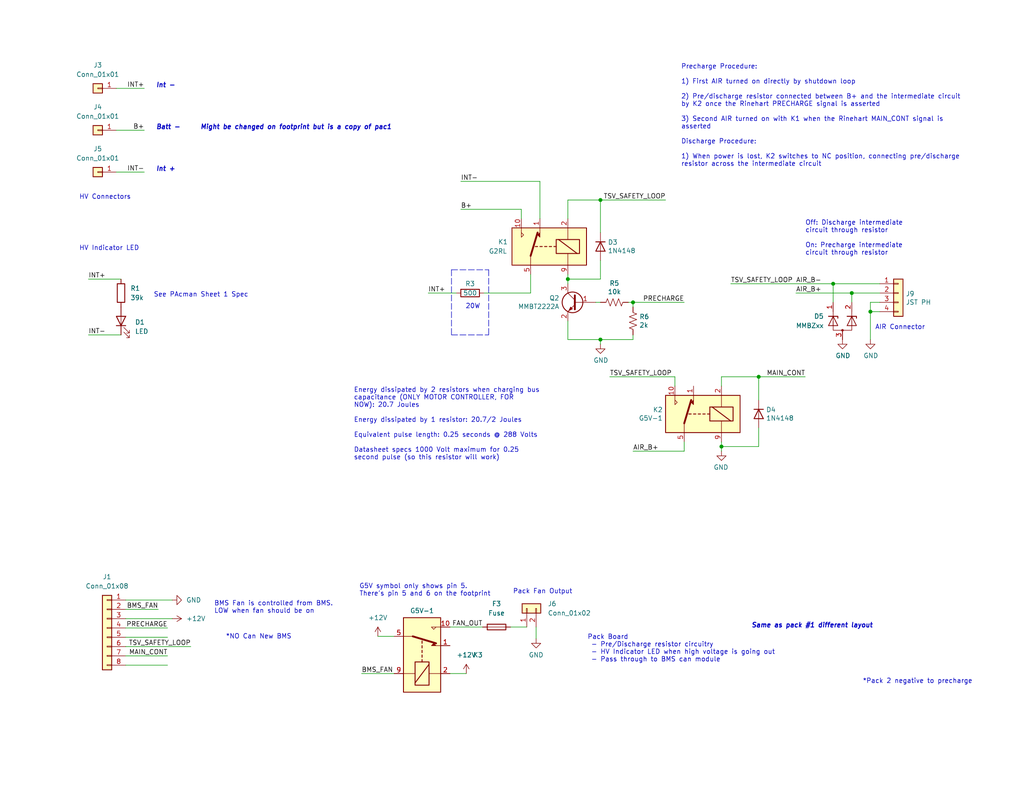
<source format=kicad_sch>
(kicad_sch (version 20211123) (generator eeschema)
  (paper "A")
  (lib_symbols
    (symbol "Connector_Generic:Conn_01x01" (pin_names (offset 1.016) hide)
      (property "Reference" "J" (at 0 2.54 0))
      (property "Value" "Conn_01x01" (at 0 -2.54 0))
      (symbol "Conn_01x01_1_1"
        (rectangle (start -1.27 0.127) (end 0 -0.127) (stroke (width 0.1524)))
        (rectangle (start -1.27 1.27) (end 1.27 -1.27) (stroke (width 0.254)) (fill (type background)))
        (pin passive line (at -5.08 0 0) (length 3.81) (name "Pin_1") (number "1"))
      )
    )
    (symbol "Connector_Generic:Conn_01x02" (pin_names (offset 1.016) hide)
      (property "Reference" "J" (at 0 2.54 0))
      (property "Value" "Conn_01x02" (at 0 -5.08 0))
      (symbol "Conn_01x02_1_1"
        (rectangle (start -1.27 -2.413) (end 0 -2.667) (stroke (width 0.1524)))
        (rectangle (start -1.27 0.127) (end 0 -0.127) (stroke (width 0.1524)))
        (rectangle (start -1.27 1.27) (end 1.27 -3.81) (stroke (width 0.254)) (fill (type background)))
        (pin passive line (at -5.08 0 0) (length 3.81) (name "Pin_1") (number "1"))
        (pin passive line (at -5.08 -2.54 0) (length 3.81) (name "Pin_2") (number "2"))
      )
    )
    (symbol "Connector_Generic:Conn_01x04" (pin_names (offset 1.016) hide)
      (property "Reference" "J" (at 0 5.08 0))
      (property "Value" "Conn_01x04" (at 0 -7.62 0))
      (symbol "Conn_01x04_1_1"
        (rectangle (start -1.27 -4.953) (end 0 -5.207) (stroke (width 0.1524)))
        (rectangle (start -1.27 -2.413) (end 0 -2.667) (stroke (width 0.1524)))
        (rectangle (start -1.27 0.127) (end 0 -0.127) (stroke (width 0.1524)))
        (rectangle (start -1.27 2.667) (end 0 2.413) (stroke (width 0.1524)))
        (rectangle (start -1.27 3.81) (end 1.27 -6.35) (stroke (width 0.254)) (fill (type background)))
        (pin passive line (at -5.08 2.54 0) (length 3.81) (name "Pin_1") (number "1"))
        (pin passive line (at -5.08 0 0) (length 3.81) (name "Pin_2") (number "2"))
        (pin passive line (at -5.08 -2.54 0) (length 3.81) (name "Pin_3") (number "3"))
        (pin passive line (at -5.08 -5.08 0) (length 3.81) (name "Pin_4") (number "4"))
      )
    )
    (symbol "Connector_Generic:Conn_01x08" (pin_names (offset 1.016) hide)
      (property "Reference" "J" (at 0 10.16 0))
      (property "Value" "Conn_01x08" (at 0 -12.7 0))
      (symbol "Conn_01x08_1_1"
        (rectangle (start -1.27 -10.033) (end 0 -10.287) (stroke (width 0.1524)))
        (rectangle (start -1.27 -7.493) (end 0 -7.747) (stroke (width 0.1524)))
        (rectangle (start -1.27 -4.953) (end 0 -5.207) (stroke (width 0.1524)))
        (rectangle (start -1.27 -2.413) (end 0 -2.667) (stroke (width 0.1524)))
        (rectangle (start -1.27 0.127) (end 0 -0.127) (stroke (width 0.1524)))
        (rectangle (start -1.27 2.667) (end 0 2.413) (stroke (width 0.1524)))
        (rectangle (start -1.27 5.207) (end 0 4.953) (stroke (width 0.1524)))
        (rectangle (start -1.27 7.747) (end 0 7.493) (stroke (width 0.1524)))
        (rectangle (start -1.27 8.89) (end 1.27 -11.43) (stroke (width 0.254)) (fill (type background)))
        (pin passive line (at -5.08 7.62 0) (length 3.81) (name "Pin_1") (number "1"))
        (pin passive line (at -5.08 5.08 0) (length 3.81) (name "Pin_2") (number "2"))
        (pin passive line (at -5.08 2.54 0) (length 3.81) (name "Pin_3") (number "3"))
        (pin passive line (at -5.08 0 0) (length 3.81) (name "Pin_4") (number "4"))
        (pin passive line (at -5.08 -2.54 0) (length 3.81) (name "Pin_5") (number "5"))
        (pin passive line (at -5.08 -5.08 0) (length 3.81) (name "Pin_6") (number "6"))
        (pin passive line (at -5.08 -7.62 0) (length 3.81) (name "Pin_7") (number "7"))
        (pin passive line (at -5.08 -10.16 0) (length 3.81) (name "Pin_8") (number "8"))
      )
    )
    (symbol "Device:Fuse" (pin_numbers hide) (pin_names (offset 0))
      (property "Reference" "F" (at 2.032 0 90))
      (property "Value" "Fuse" (at -1.905 0 90))
      (symbol "Fuse_0_1"
        (rectangle (start -0.762 -2.54) (end 0.762 2.54) (stroke (width 0.254)))
        (polyline (pts (xy 0 2.54) (xy 0 -2.54)))
      )
      (symbol "Fuse_1_1"
        (pin passive line (at 0 3.81 270) (length 1.27) (name "~") (number "1"))
        (pin passive line (at 0 -3.81 90) (length 1.27) (name "~") (number "2"))
      )
    )
    (symbol "Device:LED" (pin_numbers hide) (pin_names (offset 1.016) hide)
      (property "Reference" "D" (at 0 2.54 0))
      (property "Value" "LED" (at 0 -2.54 0))
      (symbol "LED_0_1"
        (polyline (pts (xy -1.27 -1.27) (xy -1.27 1.27)) (stroke (width 0.254)))
        (polyline (pts (xy -1.27 0) (xy 1.27 0)))
        (polyline (pts (xy 1.27 -1.27) (xy 1.27 1.27) (xy -1.27 0) (xy 1.27 -1.27)) (stroke (width 0.254)))
        (polyline (pts (xy -3.048 -0.762) (xy -4.572 -2.286) (xy -3.81 -2.286) (xy -4.572 -2.286) (xy -4.572 -1.524)))
        (polyline (pts (xy -1.778 -0.762) (xy -3.302 -2.286) (xy -2.54 -2.286) (xy -3.302 -2.286) (xy -3.302 -1.524)))
      )
      (symbol "LED_1_1"
        (pin passive line (at -3.81 0 0) (length 2.54) (name "K") (number "1"))
        (pin passive line (at 3.81 0 180) (length 2.54) (name "A") (number "2"))
      )
    )
    (symbol "Device:Q_NPN_BEC" (pin_names (offset 0) hide)
      (property "Reference" "Q" (at 5.08 1.27 0))
      (property "Value" "Q_NPN_BEC" (at 5.08 -1.27 0))
      (symbol "Q_NPN_BEC_0_1"
        (polyline (pts (xy 0.635 0.635) (xy 2.54 2.54)))
        (polyline (pts (xy 0.635 -0.635) (xy 2.54 -2.54) (xy 2.54 -2.54)))
        (polyline (pts (xy 0.635 1.905) (xy 0.635 -1.905) (xy 0.635 -1.905)) (stroke (width 0.508)))
        (polyline (pts (xy 1.27 -1.778) (xy 1.778 -1.27) (xy 2.286 -2.286) (xy 1.27 -1.778) (xy 1.27 -1.778)) (fill (type outline)))
        (circle (center 1.27 0) (radius 2.8194) (stroke (width 0.254)))
      )
      (symbol "Q_NPN_BEC_1_1"
        (pin input line (at -5.08 0 0) (length 5.715) (name "B") (number "1"))
        (pin passive line (at 2.54 -5.08 90) (length 2.54) (name "E") (number "2"))
        (pin passive line (at 2.54 5.08 270) (length 2.54) (name "C") (number "3"))
      )
    )
    (symbol "Device:R" (pin_numbers hide) (pin_names (offset 0))
      (property "Reference" "R" (at 2.032 0 90))
      (property "Value" "R" (at 0 0 90))
      (symbol "R_0_1"
        (rectangle (start -1.016 -2.54) (end 1.016 2.54) (stroke (width 0.254)))
      )
      (symbol "R_1_1"
        (pin passive line (at 0 3.81 270) (length 1.27) (name "~") (number "1"))
        (pin passive line (at 0 -3.81 90) (length 1.27) (name "~") (number "2"))
      )
    )
    (symbol "Device:R_US" (pin_numbers hide) (pin_names (offset 0))
      (property "Reference" "R" (at 2.54 0 90))
      (property "Value" "R_US" (at -2.54 0 90))
      (symbol "R_US_0_1"
        (polyline (pts (xy 0 -2.286) (xy 0 -2.54)))
        (polyline (pts (xy 0 2.286) (xy 0 2.54)))
        (polyline (pts (xy 0 -0.762) (xy 1.016 -1.143) (xy 0 -1.524) (xy -1.016 -1.905) (xy 0 -2.286)))
        (polyline (pts (xy 0 0.762) (xy 1.016 0.381) (xy 0 0) (xy -1.016 -0.381) (xy 0 -0.762)))
        (polyline (pts (xy 0 2.286) (xy 1.016 1.905) (xy 0 1.524) (xy -1.016 1.143) (xy 0 0.762)))
      )
      (symbol "R_US_1_1"
        (pin passive line (at 0 3.81 270) (length 1.27) (name "~") (number "1"))
        (pin passive line (at 0 -3.81 90) (length 1.27) (name "~") (number "2"))
      )
    )
    (symbol "Diode:1N4148" (pin_numbers hide) (pin_names (offset 1.016) hide)
      (property "Reference" "D" (at 0 2.54 0))
      (property "Value" "1N4148" (at 0 -2.54 0))
      (symbol "1N4148_0_1"
        (polyline (pts (xy -1.27 1.27) (xy -1.27 -1.27)) (stroke (width 0.254)))
        (polyline (pts (xy 1.27 0) (xy -1.27 0)))
        (polyline (pts (xy 1.27 1.27) (xy 1.27 -1.27) (xy -1.27 0) (xy 1.27 1.27)) (stroke (width 0.254)))
      )
      (symbol "1N4148_1_1"
        (pin passive line (at -3.81 0 0) (length 2.54) (name "K") (number "1"))
        (pin passive line (at 3.81 0 180) (length 2.54) (name "A") (number "2"))
      )
    )
    (symbol "Diode:MMBZxx" (pin_names (offset 1.016) hide)
      (property "Reference" "D" (at 3.81 2.54 0))
      (property "Value" "MMBZxx" (at 3.81 0 0))
      (symbol "MMBZxx_0_1"
        (circle (center 0 -2.54) (radius 0.254) (fill (type outline)))
        (polyline (pts (xy -2.54 -1.27) (xy -2.54 2.54)))
        (polyline (pts (xy 2.54 -1.27) (xy 2.54 2.54)))
        (polyline (pts (xy -3.81 1.27) (xy -1.27 1.27) (xy -1.27 0.762)) (stroke (width 0.254)))
        (polyline (pts (xy 1.27 1.27) (xy 3.81 1.27) (xy 3.81 0.762)) (stroke (width 0.254)))
        (polyline (pts (xy -2.54 0) (xy -2.54 -2.54) (xy 2.54 -2.54) (xy 2.54 0)))
      )
      (symbol "MMBZxx_1_1"
        (polyline (pts (xy -3.81 -1.27) (xy -1.27 -1.27) (xy -2.54 1.27) (xy -3.81 -1.27)) (stroke (width 0.2032)))
        (polyline (pts (xy 1.27 -1.27) (xy 3.81 -1.27) (xy 2.54 1.27) (xy 1.27 -1.27)) (stroke (width 0.2032)))
        (pin passive line (at -2.54 5.08 270) (length 2.54) (name "K") (number "1"))
        (pin passive line (at 2.54 5.08 270) (length 2.54) (name "K") (number "2"))
        (pin passive line (at 0 -5.08 90) (length 2.54) (name "A") (number "3"))
      )
    )
    (symbol "G5V-1_1"
      (property "Reference" "K3" (at 0 15.24 90))
      (property "Value" "G5V-1_1" (at 0 12.7 90))
      (symbol "G5V-1_1_0_0"
        (polyline (pts (xy 7.62 5.08) (xy 7.62 2.54) (xy 6.985 3.175) (xy 7.62 3.81)))
      )
      (symbol "G5V-1_1_0_1"
        (rectangle (start -10.16 5.08) (end 10.16 -5.08) (stroke (width 0.254)) (fill (type background)))
        (rectangle (start -8.255 1.905) (end -1.905 -1.905) (stroke (width 0.254)))
        (polyline (pts (xy -7.62 -1.905) (xy -2.54 1.905)) (stroke (width 0.254)))
        (polyline (pts (xy -5.08 -5.08) (xy -5.08 -1.905)))
        (polyline (pts (xy -5.08 5.08) (xy -5.08 1.905)))
        (polyline (pts (xy -1.905 0) (xy -1.27 0)) (stroke (width 0.254)))
        (polyline (pts (xy -0.635 0) (xy 0 0)) (stroke (width 0.254)))
        (polyline (pts (xy 0.635 0) (xy 1.27 0)) (stroke (width 0.254)))
        (polyline (pts (xy 1.905 0) (xy 2.54 0)) (stroke (width 0.254)))
        (polyline (pts (xy 3.175 0) (xy 3.81 0)) (stroke (width 0.254)))
        (polyline (pts (xy 5.08 -2.54) (xy 3.175 3.81)) (stroke (width 0.508)))
        (polyline (pts (xy 5.08 -2.54) (xy 5.08 -5.08)))
        (polyline (pts (xy 2.54 5.08) (xy 2.54 2.54) (xy 3.175 3.175) (xy 2.54 3.81)) (fill (type outline)))
      )
      (symbol "G5V-1_1_1_1"
        (pin passive line (at 2.54 7.62 270) (length 2.54) (name "~") (number "1"))
        (pin passive line (at 7.62 7.62 270) (length 2.54) (name "~") (number "10"))
        (pin passive line (at -5.08 7.62 270) (length 2.54) (name "~") (number "2"))
        (pin passive line (at 5.08 -7.62 90) (length 2.54) (name "~") (number "5"))
        (pin passive line (at 5.08 -7.62 90) (length 2.54) hide (name "~") (number "6"))
        (pin passive line (at -5.08 -7.62 90) (length 2.54) (name "~") (number "9"))
      )
    )
    (symbol "Relay:G5V-1"
      (property "Reference" "K" (at 11.43 3.81 0))
      (property "Value" "G5V-1" (at 11.43 1.27 0))
      (symbol "G5V-1_0_0"
        (polyline (pts (xy 7.62 5.08) (xy 7.62 2.54) (xy 6.985 3.175) (xy 7.62 3.81)))
      )
      (symbol "G5V-1_0_1"
        (rectangle (start -10.16 5.08) (end 10.16 -5.08) (stroke (width 0.254)) (fill (type background)))
        (rectangle (start -8.255 1.905) (end -1.905 -1.905) (stroke (width 0.254)))
        (polyline (pts (xy -7.62 -1.905) (xy -2.54 1.905)) (stroke (width 0.254)))
        (polyline (pts (xy -5.08 -5.08) (xy -5.08 -1.905)))
        (polyline (pts (xy -5.08 5.08) (xy -5.08 1.905)))
        (polyline (pts (xy -1.905 0) (xy -1.27 0)) (stroke (width 0.254)))
        (polyline (pts (xy -0.635 0) (xy 0 0)) (stroke (width 0.254)))
        (polyline (pts (xy 0.635 0) (xy 1.27 0)) (stroke (width 0.254)))
        (polyline (pts (xy 1.905 0) (xy 2.54 0)) (stroke (width 0.254)))
        (polyline (pts (xy 3.175 0) (xy 3.81 0)) (stroke (width 0.254)))
        (polyline (pts (xy 5.08 -2.54) (xy 3.175 3.81)) (stroke (width 0.508)))
        (polyline (pts (xy 5.08 -2.54) (xy 5.08 -5.08)))
        (polyline (pts (xy 2.54 5.08) (xy 2.54 2.54) (xy 3.175 3.175) (xy 2.54 3.81)) (fill (type outline)))
      )
      (symbol "G5V-1_1_1"
        (pin passive line (at 2.54 7.62 270) (length 2.54) (name "~") (number "1"))
        (pin passive line (at 7.62 7.62 270) (length 2.54) (name "~") (number "10"))
        (pin passive line (at -5.08 7.62 270) (length 2.54) (name "~") (number "2"))
        (pin passive line (at 5.08 -7.62 90) (length 2.54) (name "~") (number "5"))
        (pin passive line (at 5.08 -7.62 90) (length 2.54) hide (name "~") (number "6"))
        (pin passive line (at -5.08 -7.62 90) (length 2.54) (name "~") (number "9"))
      )
    )
    (symbol "power:+12V" (power) (pin_names (offset 0))
      (property "Value" "+12V" (at 0 3.556 0))
      (symbol "+12V_0_1"
        (polyline (pts (xy -0.762 1.27) (xy 0 2.54)))
        (polyline (pts (xy 0 0) (xy 0 2.54)))
        (polyline (pts (xy 0 2.54) (xy 0.762 1.27)))
      )
      (symbol "+12V_1_1"
        (pin power_in line (at 0 0 90) (length 0) hide (name "+12V") (number "1"))
      )
    )
    (symbol "power:GND" (power) (pin_names (offset 0))
      (property "Value" "GND" (at 0 -3.81 0))
      (symbol "GND_0_1"
        (polyline (pts (xy 0 0) (xy 0 -1.27) (xy 1.27 -1.27) (xy 0 -2.54) (xy -1.27 -1.27) (xy 0 -1.27)))
      )
      (symbol "GND_1_1"
        (pin power_in line (at 0 0 270) (length 0) hide (name "GND") (number "1"))
      )
    )
  )
  (junction (at 227.33 77.47))
  (junction (at 172.72 82.55))
  (junction (at 163.83 92.71))
  (junction (at 232.41 80.01))
  (junction (at 154.94 76.2))
  (junction (at 237.49 85.09))
  (junction (at 196.85 121.92))
  (junction (at 163.83 54.61))
  (junction (at 207.01 102.87))
  (wire (pts (xy 154.94 54.61) (xy 163.83 54.61)))
  (wire (pts (xy 31.75 24.13) (xy 39.37 24.13)))
  (wire (pts (xy 124.46 80.01) (xy 116.84 80.01)))
  (polyline (pts (xy 133.35 73.66) (xy 133.35 91.44)))
  (wire (pts (xy 147.32 59.69) (xy 147.32 49.53)))
  (wire (pts (xy 227.33 77.47) (xy 240.03 77.47)))
  (wire (pts (xy 232.41 80.01) (xy 240.03 80.01)))
  (wire (pts (xy 34.29 166.37) (xy 43.18 166.37)))
  (wire (pts (xy 31.75 46.99) (xy 39.37 46.99)))
  (wire (pts (xy 154.94 74.93) (xy 154.94 76.2)))
  (wire (pts (xy 163.83 92.71) (xy 172.72 92.71)))
  (wire (pts (xy 154.94 87.63) (xy 154.94 92.71)))
  (wire (pts (xy 24.13 76.2) (xy 33.02 76.2)))
  (wire (pts (xy 146.2786 171.196) (xy 146.2786 174.371)))
  (wire (pts (xy 31.75 35.56) (xy 39.37 35.56)))
  (wire (pts (xy 154.94 92.71) (xy 163.83 92.71)))
  (wire (pts (xy 240.03 85.09) (xy 237.49 85.09)))
  (wire (pts (xy 207.01 121.92) (xy 207.01 116.84)))
  (wire (pts (xy 122.7836 171.196) (xy 131.6736 171.196)))
  (wire (pts (xy 207.01 109.22) (xy 207.01 102.87)))
  (polyline (pts (xy 123.19 91.44) (xy 133.35 91.44)))
  (wire (pts (xy 34.29 171.45) (xy 45.72 171.45)))
  (wire (pts (xy 163.83 76.2) (xy 163.83 71.12)))
  (wire (pts (xy 24.13 91.44) (xy 33.02 91.44)))
  (wire (pts (xy 142.24 59.69) (xy 142.24 57.15)))
  (wire (pts (xy 154.94 76.2) (xy 163.83 76.2)))
  (wire (pts (xy 163.83 54.61) (xy 181.61 54.61)))
  (polyline (pts (xy 123.19 73.66) (xy 123.19 91.44)))
  (wire (pts (xy 139.2936 171.196) (xy 143.7386 171.196)))
  (wire (pts (xy 232.41 80.01) (xy 217.17 80.01)))
  (wire (pts (xy 240.03 82.55) (xy 237.49 82.55)))
  (wire (pts (xy 132.08 80.01) (xy 144.78 80.01)))
  (wire (pts (xy 34.29 163.83) (xy 46.99 163.83)))
  (wire (pts (xy 34.29 168.91) (xy 46.99 168.91)))
  (wire (pts (xy 162.56 82.55) (xy 163.83 82.55)))
  (wire (pts (xy 186.69 120.65) (xy 186.69 123.19)))
  (wire (pts (xy 34.29 179.07) (xy 45.72 179.07)))
  (wire (pts (xy 184.15 105.41) (xy 184.15 102.87)))
  (wire (pts (xy 196.85 102.87) (xy 207.01 102.87)))
  (wire (pts (xy 172.72 83.82) (xy 172.72 82.55)))
  (wire (pts (xy 125.73 49.53) (xy 147.32 49.53)))
  (wire (pts (xy 171.45 82.55) (xy 172.72 82.55)))
  (wire (pts (xy 237.49 82.55) (xy 237.49 85.09)))
  (wire (pts (xy 172.72 92.71) (xy 172.72 91.44)))
  (wire (pts (xy 207.01 102.87) (xy 219.71 102.87)))
  (wire (pts (xy 163.83 63.5) (xy 163.83 54.61)))
  (wire (pts (xy 103.0986 173.736) (xy 107.5436 173.736)))
  (wire (pts (xy 232.41 82.55) (xy 232.41 80.01)))
  (wire (pts (xy 125.73 57.15) (xy 142.24 57.15)))
  (wire (pts (xy 154.94 76.2) (xy 154.94 77.47)))
  (wire (pts (xy 196.85 121.92) (xy 196.85 120.65)))
  (wire (pts (xy 184.15 102.87) (xy 166.37 102.87)))
  (polyline (pts (xy 123.19 73.66) (xy 133.35 73.66)))
  (wire (pts (xy 34.29 181.61) (xy 45.72 181.61)))
  (wire (pts (xy 34.29 173.99) (xy 45.72 173.99)))
  (wire (pts (xy 34.29 176.53) (xy 52.07 176.53)))
  (wire (pts (xy 163.83 92.71) (xy 163.83 93.98)))
  (wire (pts (xy 186.69 123.19) (xy 172.72 123.19)))
  (wire (pts (xy 199.39 77.47) (xy 227.33 77.47)))
  (wire (pts (xy 196.85 105.41) (xy 196.85 102.87)))
  (wire (pts (xy 196.85 123.19) (xy 196.85 121.92)))
  (wire (pts (xy 122.7836 183.896) (xy 127.2286 183.896)))
  (wire (pts (xy 172.72 82.55) (xy 186.69 82.55)))
  (wire (pts (xy 144.78 74.93) (xy 144.78 80.01)))
  (wire (pts (xy 107.5436 183.896) (xy 98.6536 183.896)))
  (wire (pts (xy 196.85 121.92) (xy 207.01 121.92)))
  (wire (pts (xy 227.33 82.55) (xy 227.33 77.47)))
  (wire (pts (xy 154.94 59.69) (xy 154.94 54.61)))
  (wire (pts (xy 237.49 85.09) (xy 237.49 92.71)))
  (text "Precharge Procedure:\n\n1) First AIR turned on directly by shutdown loop\n\n2) Pre/discharge resistor connected between B+ and the intermediate circuit\nby K2 once the Rinehart PRECHARGE signal is asserted\n\n3) Second AIR turned on with K1 when the Rinehart MAIN_CONT signal is\nasserted\n\nDischarge Procedure:\n\n1) When power is lost, K2 switches to NC position, connecting pre/discharge\nresistor across the intermediate circuit" (at 185.8264 45.6184 0) (effects (font (size 1.27 1.27)) (justify left bottom)))
  (text "Int -\n" (at 42.545 24.13 0) (effects (font (size 1.27 1.27) (thickness 0.254) bold italic) (justify left bottom)))
  (text "Batt -\n" (at 42.545 35.56 0) (effects (font (size 1.27 1.27) (thickness 0.254) bold italic) (justify left bottom)))
  (text "Might be changed on footprint but is a copy of pac1" (at 54.61 35.56 0) (effects (font (size 1.27 1.27) bold italic) (justify left bottom)))
  (text "Same as pack #1 different layout" (at 204.978 171.6024 0) (effects (font (size 1.27 1.27) bold italic) (justify left bottom)))
  (text "*NO Can New BMS" (at 61.595 174.625 0) (effects (font (size 1.27 1.27)) (justify left bottom)))
  (text "AIR Connector" (at 238.76 90.17 0) (effects (font (size 1.27 1.27)) (justify left bottom)))
  (text "20W\n" (at 127 84.455 0) (effects (font (size 1.27 1.27)) (justify left bottom)))
  (text "*Pack 2 negative to precharge\n" (at 235.3564 186.7916 0) (effects (font (size 1.27 1.27)) (justify left bottom)))
  (text "See PAcman Sheet 1 Spec\n" (at 41.91 81.28 0) (effects (font (size 1.27 1.27)) (justify left bottom)))
  (text "Pack Fan Output" (at 139.9286 162.306 0) (effects (font (size 1.27 1.27)) (justify left bottom)))
  (text "Int +\n" (at 42.545 46.99 0) (effects (font (size 1.27 1.27) (thickness 0.254) bold italic) (justify left bottom)))
  (text "Energy dissipated by 2 resistors when charging bus\ncapacitance (ONLY MOTOR CONTROLLER, FOR\nNOW): 20.7 Joules\n\nEnergy dissipated by 1 resistor: 20.7/2 Joules\n\nEquivalent pulse length: 0.25 seconds @ 288 Volts\n\nDatasheet specs 1000 Volt maximum for 0.25\nsecond pulse (so this resistor will work)" (at 96.52 125.73 0) (effects (font (size 1.27 1.27)) (justify left bottom)))
  (text "Off: Discharge intermediate\ncircuit through resistor\n\nOn: Precharge intermediate\ncircuit through resistor" (at 219.71 69.85 0) (effects (font (size 1.27 1.27)) (justify left bottom)))
  (text "G5V symbol only shows pin 5. \nThere's pin 5 and 6 on the footprint" (at 98.0186 162.941 0) (effects (font (size 1.27 1.27)) (justify left bottom)))
  (text "HV Connectors" (at 21.59 54.61 0) (effects (font (size 1.27 1.27)) (justify left bottom)))
  (text "BMS Fan is controlled from BMS. \nLOW when fan should be on" (at 58.42 167.64 0) (effects (font (size 1.27 1.27)) (justify left bottom)))
  (text "Pack Board\n - Pre/Discharge resistor circuitry\n - HV Indicator LED when high voltage is going out\n - Pass through to BMS can module" (at 160.274 180.8988 0) (effects (font (size 1.27 1.27)) (justify left bottom)))
  (text "HV Indicator LED" (at 21.59 68.58 0) (effects (font (size 1.27 1.27)) (justify left bottom)))
  (label "TSV_SAFETY_LOOP" (at 181.61 54.61 180))
  (label "INT+" (at 24.13 76.2 0))
  (label "AIR_B+" (at 217.17 80.01 0))
  (label "AIR_B-" (at 217.17 77.47 0))
  (label "INT-" (at 39.37 46.99 180))
  (label "PRECHARGE" (at 45.72 171.45 180))
  (label "MAIN_CONT" (at 219.71 102.87 180))
  (label "INT-" (at 24.13 91.44 0))
  (label "TSV_SAFETY_LOOP" (at 52.07 176.53 180))
  (label "BMS_FAN" (at 43.18 166.37 180))
  (label "MAIN_CONT" (at 45.72 179.07 180))
  (label "TSV_SAFETY_LOOP" (at 360.68 205.74 180))
  (label "B+" (at 39.37 35.56 180))
  (label "AIR_B+" (at 172.72 123.19 0))
  (label "TSV_SAFETY_LOOP" (at 166.37 102.87 0))
  (label "FAN_OUT" (at 131.6736 171.196 180))
  (label "INT+" (at 39.37 24.13 180))
  (label "B+" (at 125.73 57.15 0))
  (label "INT-" (at 125.73 49.53 0))
  (label "PRECHARGE" (at 186.69 82.55 180))
  (label "INT+" (at 116.84 80.01 0))
  (label "TSV_SAFETY_LOOP" (at 199.39 77.47 0))
  (label "BMS_FAN" (at 98.6536 183.896 0))
  (symbol (lib_id "Diode:MMBZxx") (at 229.87 87.63 0) (unit 1)
    (property "Reference" "D5" (at 224.79 86.36 0) (effects (justify right)))
    (property "Value" "MMBZxx" (at 224.79 88.9 0) (effects (justify right)))
    (property "Footprint" "Package_TO_SOT_SMD:SOT-23" (effects hide))
    (property "Datasheet" "http://www.onsemi.com/pub/Collateral/MMBZ5V6ALT1-D.PDF" (effects hide))
  )
  (symbol (lib_id "Connector_Generic:Conn_01x04") (at 245.11 80.01 0) (unit 1)
    (property "Reference" "J9" (at 247.142 80.2132 0) (effects (justify left)))
    (property "Value" "JST PH" (at 247.142 82.5246 0) (effects (justify left)))
    (property "Footprint" "Connector_JST:JST_PH_B4B-PH-K_1x04_P2.00mm_Vertical" (effects hide))
  )
  (symbol (lib_id "power:GND") (at 237.49 92.71 0) (unit 1)
    (property "Reference" "#PWR0124" (effects hide))
    (property "Value" "GND" (at 237.617 97.1042 0))
  )
  (symbol (lib_id "power:GND") (at 229.87 92.71 0) (unit 1)
    (property "Reference" "#PWR0125" (effects hide))
    (property "Value" "GND" (at 229.997 97.1042 0))
  )
  (symbol (lib_id "Relay:G5V-1") (at 149.86 67.31 0) (mirror y) (unit 1)
    (property "Reference" "K1" (at 135.89 66.04 0) (effects (justify right)))
    (property "Value" "G2RL" (at 133.35 68.58 0) (effects (justify right)))
    (property "Footprint" "AERO_Footprints:G2RL" (effects hide))
    (property "Datasheet" "http://omronfs.omron.com/en_US/ecb/products/pdf/en-g5v_1.pdf" (effects hide))
  )
  (symbol (lib_id "power:GND") (at 163.83 93.98 0) (unit 1)
    (property "Reference" "#PWR0126" (effects hide))
    (property "Value" "GND" (at 163.957 98.3742 0))
  )
  (symbol (lib_id "Relay:G5V-1") (at 191.77 113.03 0) (mirror y) (unit 1)
    (property "Reference" "K2" (at 180.848 111.8616 0) (effects (justify left)))
    (property "Value" "G5V-1" (at 180.848 114.173 0) (effects (justify left)))
    (property "Footprint" "Relay_THT:Relay_SPDT_Omron_G5V-1" (effects hide))
    (property "Datasheet" "http://omronfs.omron.com/en_US/ecb/products/pdf/en-g5v_1.pdf" (effects hide))
  )
  (symbol (lib_id "power:GND") (at 196.85 123.19 0) (mirror y) (unit 1)
    (property "Reference" "#PWR0127" (effects hide))
    (property "Value" "GND" (at 196.723 127.5842 0))
  )
  (symbol (lib_id "Device:Q_NPN_BEC") (at 157.48 82.55 0) (mirror y) (unit 1)
    (property "Reference" "Q2" (at 152.6286 81.3816 0) (effects (justify left)))
    (property "Value" "MMBT2222A" (at 152.6286 83.693 0) (effects (justify left)))
    (property "Footprint" "Package_TO_SOT_SMD:SOT-23" (effects hide))
  )
  (symbol (lib_id "Device:R_US") (at 172.72 87.63 180) (unit 1)
    (property "Reference" "R6" (at 174.4472 86.4616 0) (effects (justify right)))
    (property "Value" "2k" (at 174.4472 88.773 0) (effects (justify right)))
    (property "Footprint" "Resistor_SMD:R_0603_1608Metric" (effects hide))
  )
  (symbol (lib_id "Device:R_US") (at 167.64 82.55 90) (unit 1)
    (property "Reference" "R5" (at 167.64 77.343 90))
    (property "Value" "10k" (at 167.64 79.6544 90))
    (property "Footprint" "Resistor_SMD:R_0603_1608Metric" (effects hide))
  )
  (symbol (lib_id "Diode:1N4148") (at 163.83 67.31 270) (unit 1)
    (property "Reference" "D3" (at 165.8366 66.1416 90) (effects (justify left)))
    (property "Value" "1N4148" (at 165.8366 68.453 90) (effects (justify left)))
    (property "Footprint" "Diode_SMD:D_MiniMELF" (effects hide))
    (property "Datasheet" "http://www.nxp.com/documents/data_sheet/1N4148_1N4448.pdf" (effects hide))
  )
  (symbol (lib_id "Diode:1N4148") (at 207.01 113.03 270) (unit 1)
    (property "Reference" "D4" (at 209.0166 111.8616 90) (effects (justify left)))
    (property "Value" "1N4148" (at 209.0166 114.173 90) (effects (justify left)))
    (property "Footprint" "Diode_SMD:D_MiniMELF" (effects hide))
    (property "Datasheet" "http://www.nxp.com/documents/data_sheet/1N4148_1N4448.pdf" (effects hide))
  )
  (symbol (lib_id "Connector_Generic:Conn_01x08") (at 29.21 171.45 0) (mirror y) (unit 1)
    (property "Reference" "J1" (at 29.21 157.48 0))
    (property "Value" "Conn_01x08" (at 29.21 160.02 0))
    (property "Footprint" "AERO_Footprints:TE_1-776276-1_8pin_Vertical" (effects hide))
  )
  (symbol (lib_id "Device:Fuse") (at 135.4836 171.196 90) (unit 1)
    (property "Reference" "F3" (at 135.4836 164.846 90))
    (property "Value" "Fuse" (at 135.4836 167.386 90))
    (property "Footprint" "AERO_Footprints:Fuseholder_Blade_Mini_Keystone_3568" (effects hide))
  )
  (symbol (lib_id "power:+12V") (at 46.99 168.91 270) (unit 1)
    (property "Reference" "#PWR0102" (effects hide))
    (property "Value" "+12V" (at 50.8 168.9099 90) (effects (justify left)))
  )
  (symbol (lib_name "G5V-1_1") (lib_id "Relay:G5V-1") (at 115.1636 178.816 270) (mirror x) (unit 1)
    (property "Reference" "K3" (at 130.4036 178.816 90))
    (property "Value" "G5V-1" (at 115.1636 166.751 90))
    (property "Footprint" "Relay_THT:Relay_SPDT_Omron_G5V-1" (effects hide))
    (property "Datasheet" "http://omronfs.omron.com/en_US/ecb/products/pdf/en-g5v_1.pdf" (effects hide))
  )
  (symbol (lib_id "Connector_Generic:Conn_01x01") (at 26.67 35.56 180) (unit 1)
    (property "Reference" "J4" (at 26.67 29.21 0))
    (property "Value" "Conn_01x01" (at 26.67 31.75 0))
    (property "Footprint" "Connector_Hirose:Hirose_DF63M-1P-3.96DSA_1x01_P3.96mm_Vertical" (effects hide))
  )
  (symbol (lib_id "Connector_Generic:Conn_01x01") (at 26.67 24.13 180) (unit 1)
    (property "Reference" "J3" (at 26.67 17.78 0))
    (property "Value" "Conn_01x01" (at 26.67 20.32 0))
    (property "Footprint" "Connector_Hirose:Hirose_DF63M-1P-3.96DSA_1x01_P3.96mm_Vertical" (effects hide))
  )
  (symbol (lib_id "Connector_Generic:Conn_01x02") (at 143.7386 166.116 90) (unit 1)
    (property "Reference" "J6" (at 149.4536 164.8459 90) (effects (justify right)))
    (property "Value" "Conn_01x02" (at 149.4536 167.3859 90) (effects (justify right)))
    (property "Footprint" "Connector_JST:JST_XH_B2B-XH-A_1x02_P2.50mm_Vertical" (effects hide))
  )
  (symbol (lib_id "power:GND") (at 46.99 163.83 90) (unit 1)
    (property "Reference" "#PWR0103" (effects hide))
    (property "Value" "GND" (at 50.8 163.8299 90) (effects (justify right)))
  )
  (symbol (lib_id "Connector_Generic:Conn_01x01") (at 26.67 46.99 180) (unit 1)
    (property "Reference" "J5" (at 26.67 40.64 0))
    (property "Value" "Conn_01x01" (at 26.67 43.18 0))
    (property "Footprint" "Connector_Hirose:Hirose_DF63M-1P-3.96DSA_1x01_P3.96mm_Vertical" (effects hide))
  )
  (symbol (lib_id "power:+12V") (at 127.2286 183.896 0) (unit 1)
    (property "Reference" "#PWR0106" (effects hide))
    (property "Value" "+12V" (at 127.2286 178.816 0))
  )
  (symbol (lib_id "power:+12V") (at 103.0986 173.736 0) (unit 1)
    (property "Reference" "#PWR0105" (effects hide))
    (property "Value" "+12V" (at 103.0986 168.656 0))
  )
  (symbol (lib_id "Device:R") (at 128.27 80.01 90) (unit 1)
    (property "Reference" "R3" (at 128.27 77.47 90))
    (property "Value" "500" (at 128.27 80.01 90))
    (property "Footprint" "Package_TO_SOT_THT:TO-220-2_Horizontal_TabDown" (effects hide))
  )
  (symbol (lib_id "Device:LED") (at 33.02 87.63 90) (unit 1)
    (property "Reference" "D1" (at 36.83 87.9474 90) (effects (justify right)))
    (property "Value" "LED" (at 36.83 90.4874 90) (effects (justify right)))
    (property "Footprint" "AERO_Footprints:LPA-C011301S-x LED 0805 LIGHT PIPE SINGLE VERT SMD" (effects hide))
  )
  (symbol (lib_id "power:GND") (at 146.2786 174.371 0) (unit 1)
    (property "Reference" "#PWR0107" (effects hide))
    (property "Value" "GND" (at 146.2786 178.816 0))
  )
  (symbol (lib_id "Device:R") (at 33.02 80.01 0) (unit 1)
    (property "Reference" "R1" (at 35.56 78.7399 0) (effects (justify left)))
    (property "Value" "39k" (at 35.56 81.2799 0) (effects (justify left)))
    (property "Footprint" "Resistor_THT:R_Axial_DIN0414_L11.9mm_D4.5mm_P25.40mm_Horizontal" (effects hide))
  )
)
</source>
